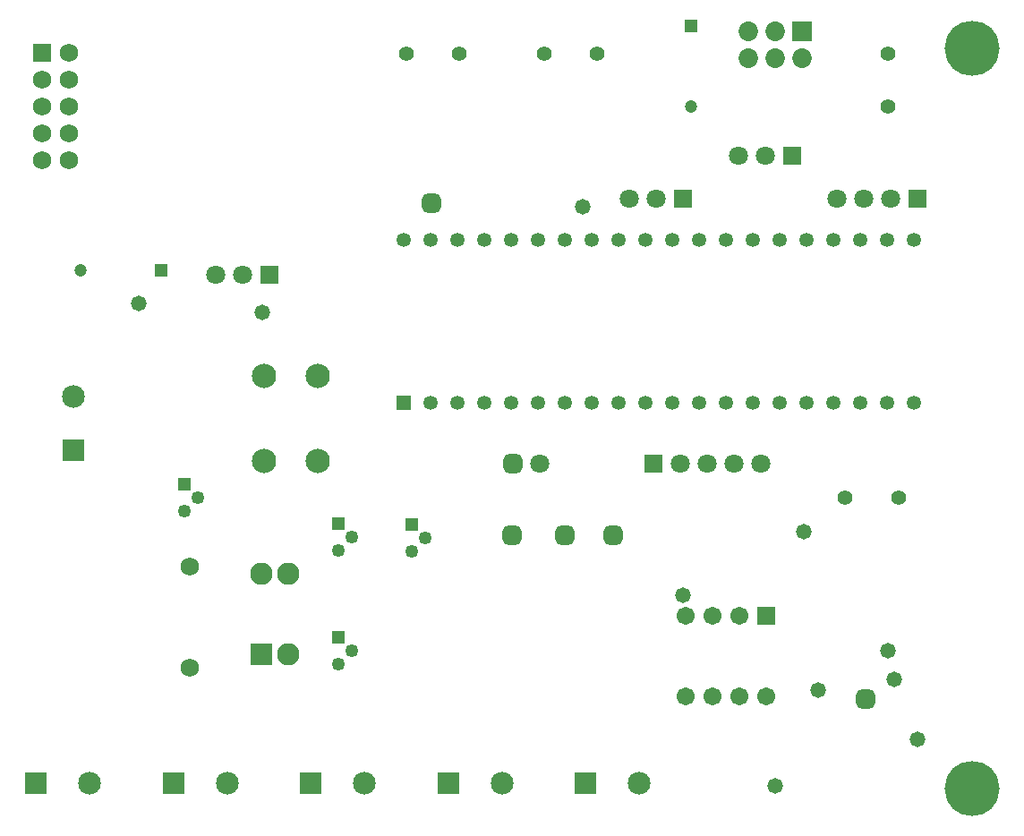
<source format=gbr>
%TF.GenerationSoftware,Altium Limited,Altium Designer,24.3.1 (35)*%
G04 Layer_Color=16711935*
%FSLAX45Y45*%
%MOMM*%
%TF.SameCoordinates,77145657-7363-482A-8684-523018AF0833*%
%TF.FilePolarity,Negative*%
%TF.FileFunction,Soldermask,Bot*%
%TF.Part,Single*%
G01*
G75*
%TA.AperFunction,ComponentPad*%
%ADD34R,1.20000X1.20000*%
%ADD35C,1.20000*%
%ADD39C,1.35000*%
%ADD40R,1.35000X1.35000*%
%ADD42R,1.20000X1.20000*%
%TA.AperFunction,ViaPad*%
%ADD60C,5.20320*%
%TA.AperFunction,ComponentPad*%
%ADD61R,1.70320X1.70320*%
%ADD62C,1.70320*%
G04:AMPARAMS|DCode=63|XSize=1.8032mm|YSize=1.8032mm|CornerRadius=0.5016mm|HoleSize=0mm|Usage=FLASHONLY|Rotation=0.000|XOffset=0mm|YOffset=0mm|HoleType=Round|Shape=RoundedRectangle|*
%AMROUNDEDRECTD63*
21,1,1.80320,0.80000,0,0,0.0*
21,1,0.80000,1.80320,0,0,0.0*
1,1,1.00320,0.40000,-0.40000*
1,1,1.00320,-0.40000,-0.40000*
1,1,1.00320,-0.40000,0.40000*
1,1,1.00320,0.40000,0.40000*
%
%ADD63ROUNDEDRECTD63*%
%ADD64R,2.15320X2.15320*%
%ADD65C,2.15320*%
%ADD66C,1.75320*%
%ADD67C,1.25320*%
%ADD68R,1.25320X1.25320*%
%ADD69R,2.10820X2.10820*%
%ADD70C,2.10820*%
%ADD71R,2.15320X2.15320*%
%ADD72C,1.80320*%
%ADD73R,1.80320X1.80320*%
%ADD74C,2.30320*%
%ADD75C,1.40320*%
%ADD76R,1.75320X1.75320*%
%ADD77C,1.85320*%
%ADD78R,1.85320X1.85320*%
%TA.AperFunction,ViaPad*%
%ADD79C,1.47320*%
D34*
X1631303Y5500002D02*
D03*
D35*
X868698D02*
D03*
X6642453Y7051312D02*
D03*
D39*
X3917999Y5793052D02*
D03*
X4171999D02*
D03*
X4425999D02*
D03*
X4679999D02*
D03*
X4933999D02*
D03*
X5187999D02*
D03*
X5441999D02*
D03*
X5695999D02*
D03*
X5949999D02*
D03*
X6203999D02*
D03*
X6457999D02*
D03*
X6711999D02*
D03*
X6965999D02*
D03*
X7219999D02*
D03*
X7473999D02*
D03*
X7727999D02*
D03*
X7981999D02*
D03*
X8235999D02*
D03*
X8489999D02*
D03*
X8743999D02*
D03*
Y4250002D02*
D03*
X8489999D02*
D03*
X8235999D02*
D03*
X7981999D02*
D03*
X7727999D02*
D03*
X7473999D02*
D03*
X7219999D02*
D03*
X6965999D02*
D03*
X6711999D02*
D03*
X6457999D02*
D03*
X6203999D02*
D03*
X5949999D02*
D03*
X5695999D02*
D03*
X5441999D02*
D03*
X5187999D02*
D03*
X4933999D02*
D03*
X4679999D02*
D03*
X4425999D02*
D03*
X4171999D02*
D03*
D40*
X3917999D02*
D03*
D42*
X6642453Y7813911D02*
D03*
D60*
X9300000Y600000D02*
D03*
Y7600000D02*
D03*
D61*
X7348502Y2231002D02*
D03*
D62*
X7094502D02*
D03*
X6840502D02*
D03*
X6586502D02*
D03*
X7348502Y1469002D02*
D03*
X7094502D02*
D03*
X6840502D02*
D03*
X6586502D02*
D03*
D63*
X8288673Y1450002D02*
D03*
X4950001Y3000002D02*
D03*
X4952337Y3669500D02*
D03*
X5450000Y3000002D02*
D03*
X5900001D02*
D03*
X4183337Y6138914D02*
D03*
D64*
X3041998Y649999D02*
D03*
X441998D02*
D03*
X1750002D02*
D03*
X4342001D02*
D03*
X5641998D02*
D03*
D65*
X3549998D02*
D03*
X949998D02*
D03*
X2258002D02*
D03*
X4850001D02*
D03*
X800001Y4308000D02*
D03*
X6149998Y649999D02*
D03*
D66*
X1899999Y2700002D02*
D03*
Y1745999D02*
D03*
X500002Y7304001D02*
D03*
Y7050001D02*
D03*
Y6796001D02*
D03*
Y6542001D02*
D03*
X754002Y7558001D02*
D03*
Y7304001D02*
D03*
Y7050001D02*
D03*
Y6796001D02*
D03*
Y6542001D02*
D03*
D67*
X3300001Y1778841D02*
D03*
X3427001Y1905841D02*
D03*
X1850002Y3222999D02*
D03*
X1977002Y3349999D02*
D03*
X4000000Y2846002D02*
D03*
X4127000Y2973002D02*
D03*
X3300001Y2850000D02*
D03*
X3427001Y2977000D02*
D03*
D68*
X3300001Y2032841D02*
D03*
X1850002Y3476999D02*
D03*
X4000000Y3100002D02*
D03*
X3300001Y3104000D02*
D03*
D69*
X2573002Y1869001D02*
D03*
D70*
X2827002D02*
D03*
Y2631001D02*
D03*
X2573002D02*
D03*
D71*
X800001Y3800000D02*
D03*
D72*
X2140562Y5458498D02*
D03*
X2394562D02*
D03*
X8529450Y6178416D02*
D03*
X8275450D02*
D03*
X8021450D02*
D03*
X5206337Y3669500D02*
D03*
X6790855D02*
D03*
X6536855D02*
D03*
X7044855D02*
D03*
X7298855D02*
D03*
X6058294Y6178416D02*
D03*
X6312294D02*
D03*
X7086598Y6588788D02*
D03*
X7340598D02*
D03*
D73*
X2648562Y5458498D02*
D03*
X8783450Y6178416D02*
D03*
X6282855Y3669500D02*
D03*
X6566294Y6178416D02*
D03*
X7594598Y6588788D02*
D03*
D74*
X3107998Y4499999D02*
D03*
Y3700000D02*
D03*
X2599998D02*
D03*
Y4499999D02*
D03*
D75*
X8600001Y3349999D02*
D03*
X8100002D02*
D03*
X4450002Y7550000D02*
D03*
X3950003D02*
D03*
X5250000D02*
D03*
X5749999D02*
D03*
X8500001Y7050001D02*
D03*
Y7550000D02*
D03*
D76*
X500002Y7558001D02*
D03*
D77*
X7179338Y7511911D02*
D03*
X7433338D02*
D03*
X7179338Y7765911D02*
D03*
X7433338D02*
D03*
X7687338Y7511911D02*
D03*
D78*
Y7765911D02*
D03*
D79*
X8500000Y1900000D02*
D03*
X7710000Y3028780D02*
D03*
X7839540Y1527640D02*
D03*
X8563440Y1632258D02*
D03*
X6567000Y2426800D02*
D03*
X7432500Y625300D02*
D03*
X1417181Y5189081D02*
D03*
X5614500Y6104715D02*
D03*
X8784420Y1062820D02*
D03*
X2581740Y5103960D02*
D03*
%TF.MD5,76aa2c9208b32ea21e71c6eac4d7579f*%
M02*

</source>
